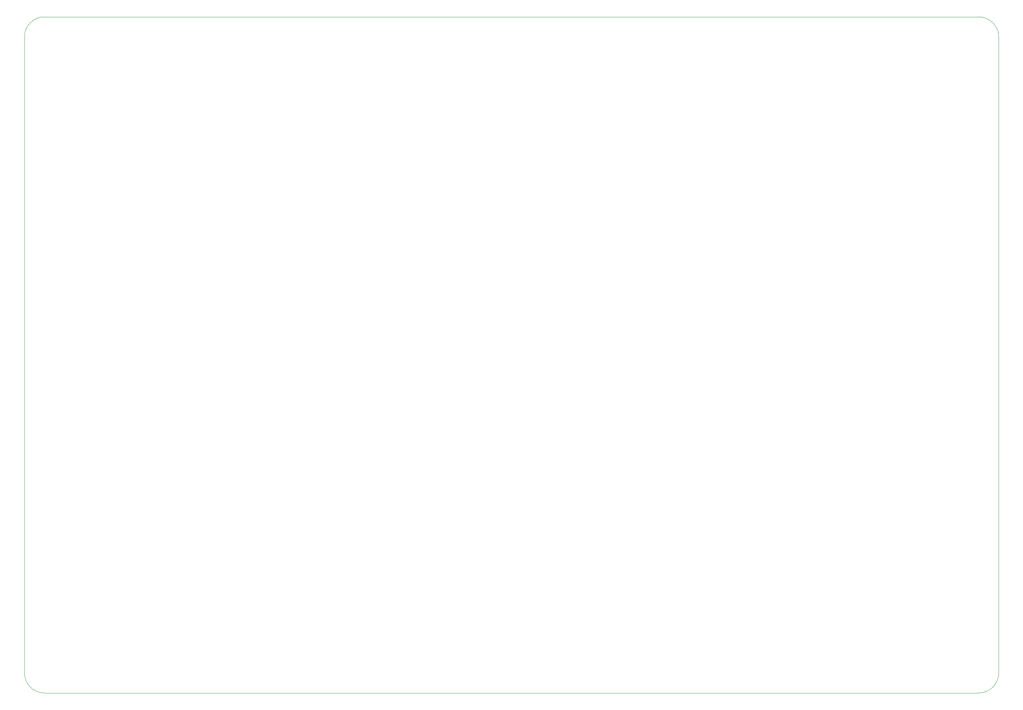
<source format=gm1>
%TF.GenerationSoftware,KiCad,Pcbnew,(6.0.7)*%
%TF.CreationDate,2022-08-15T09:32:31+10:00*%
%TF.ProjectId,Flatbox-rev1_1_goldenratio,466c6174-626f-4782-9d72-6576315f315f,rev?*%
%TF.SameCoordinates,Original*%
%TF.FileFunction,Profile,NP*%
%FSLAX46Y46*%
G04 Gerber Fmt 4.6, Leading zero omitted, Abs format (unit mm)*
G04 Created by KiCad (PCBNEW (6.0.7)) date 2022-08-15 09:32:31*
%MOMM*%
%LPD*%
G01*
G04 APERTURE LIST*
%TA.AperFunction,Profile*%
%ADD10C,0.050000*%
%TD*%
G04 APERTURE END LIST*
D10*
X284480000Y-26035000D02*
X284480000Y-184785000D01*
X279480000Y-189785000D02*
X46220000Y-189790000D01*
X41220000Y-184790000D02*
X41220000Y-26040000D01*
X46220000Y-21040000D02*
X279480000Y-21035000D01*
X41220000Y-184790000D02*
G75*
G03*
X46220000Y-189790000I5000000J0D01*
G01*
X279480000Y-189785000D02*
G75*
G03*
X284480000Y-184785000I0J5000000D01*
G01*
X284480000Y-26035000D02*
G75*
G03*
X279480000Y-21035000I-5000000J0D01*
G01*
X46220000Y-21040000D02*
G75*
G03*
X41220000Y-26040000I0J-5000000D01*
G01*
M02*

</source>
